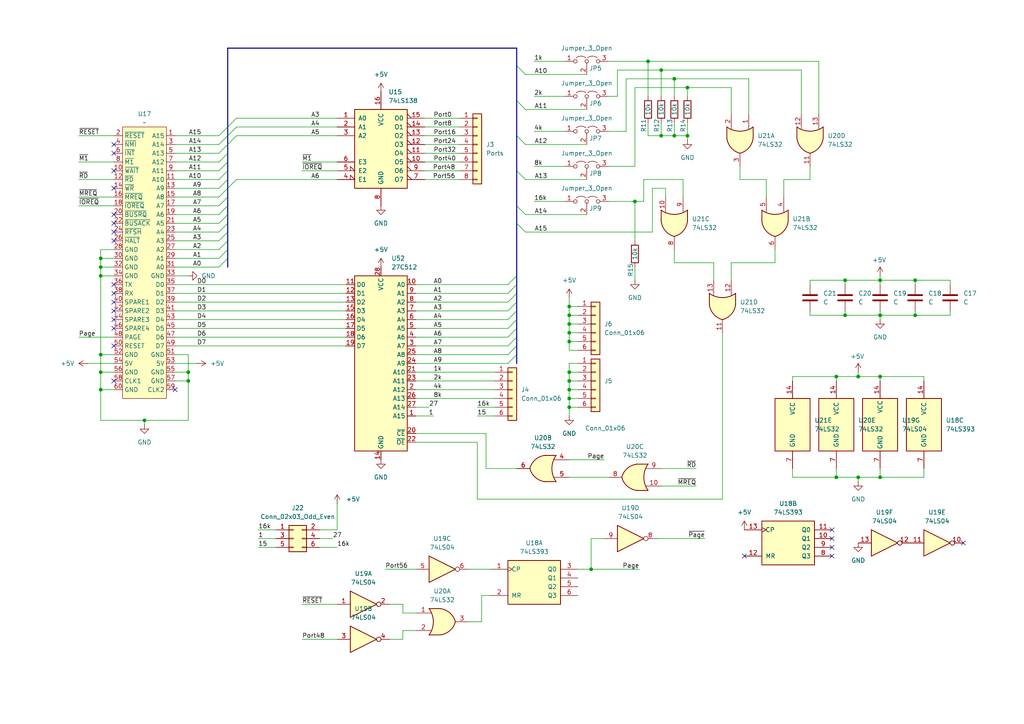
<source format=kicad_sch>
(kicad_sch (version 20231120) (generator "eeschema") (generator_version "8.0")
  (paper "A4")
  (lib_symbols
    (symbol "74xx:74LS04"
      (property "Reference" "U" (at 0 1.27 0))
      (property "Value" "74LS04" (at 0 -1.27 0))
      (symbol "74LS04_1_0"
        (pin input line (at -7.62 0 0) (length 3.81) (name "~") (number "1"))
        (pin output inverted (at 7.62 0 180) (length 3.81) (name "~") (number "2"))
      )
      (symbol "74LS04_2_0"
        (pin input line (at -7.62 0 0) (length 3.81) (name "~") (number "3"))
        (pin output inverted (at 7.62 0 180) (length 3.81) (name "~") (number "4"))
      )
      (symbol "74LS04_3_0"
        (pin input line (at -7.62 0 0) (length 3.81) (name "~") (number "5"))
        (pin output inverted (at 7.62 0 180) (length 3.81) (name "~") (number "6"))
      )
      (symbol "74LS04_4_0"
        (pin output inverted (at 7.62 0 180) (length 3.81) (name "~") (number "8"))
        (pin input line (at -7.62 0 0) (length 3.81) (name "~") (number "9"))
      )
      (symbol "74LS04_5_0"
        (pin output inverted (at 7.62 0 180) (length 3.81) (name "~") (number "10"))
        (pin input line (at -7.62 0 0) (length 3.81) (name "~") (number "11"))
      )
      (symbol "74LS04_6_0"
        (pin output inverted (at 7.62 0 180) (length 3.81) (name "~") (number "12"))
        (pin input line (at -7.62 0 0) (length 3.81) (name "~") (number "13"))
      )
      (symbol "74LS04_7_0"
        (pin power_in line (at 0 12.7 270) (length 5.08) (name "VCC") (number "14"))
        (pin power_in line (at 0 -12.7 90) (length 5.08) (name "GND") (number "7"))
      )
    )
    (symbol "74xx:74LS138" (pin_names (offset 1.016))
      (property "Reference" "U" (at -7.62 11.43 0))
      (property "Value" "74LS138" (at -7.62 -13.97 0))
      (symbol "74LS138_1_0"
        (pin input line (at -12.7 7.62 0) (length 5.08) (name "A0") (number "1"))
        (pin output output_low (at 12.7 -5.08 180) (length 5.08) (name "O5") (number "10"))
        (pin output output_low (at 12.7 -2.54 180) (length 5.08) (name "O4") (number "11"))
        (pin output output_low (at 12.7 0 180) (length 5.08) (name "O3") (number "12"))
        (pin output output_low (at 12.7 2.54 180) (length 5.08) (name "O2") (number "13"))
        (pin output output_low (at 12.7 5.08 180) (length 5.08) (name "O1") (number "14"))
        (pin output output_low (at 12.7 7.62 180) (length 5.08) (name "O0") (number "15"))
        (pin power_in line (at 0 15.24 270) (length 5.08) (name "VCC") (number "16"))
        (pin input line (at -12.7 5.08 0) (length 5.08) (name "A1") (number "2"))
        (pin input line (at -12.7 2.54 0) (length 5.08) (name "A2") (number "3"))
        (pin input input_low (at -12.7 -10.16 0) (length 5.08) (name "E1") (number "4"))
        (pin input input_low (at -12.7 -7.62 0) (length 5.08) (name "E2") (number "5"))
        (pin input line (at -12.7 -5.08 0) (length 5.08) (name "E3") (number "6"))
        (pin output output_low (at 12.7 -10.16 180) (length 5.08) (name "O7") (number "7"))
        (pin power_in line (at 0 -17.78 90) (length 5.08) (name "GND") (number "8"))
        (pin output output_low (at 12.7 -7.62 180) (length 5.08) (name "O6") (number "9"))
      )
    )
    (symbol "74xx:74LS32" (pin_names (offset 1.016))
      (property "Reference" "U" (at 0 1.27 0))
      (property "Value" "74LS32" (at 0 -1.27 0))
      (symbol "74LS32_1_1"
        (pin input line (at -7.62 2.54 0) (length 4.318) (name "~") (number "1"))
        (pin input line (at -7.62 -2.54 0) (length 4.318) (name "~") (number "2"))
        (pin output line (at 7.62 0 180) (length 3.81) (name "~") (number "3"))
      )
      (symbol "74LS32_1_2"
        (pin input inverted (at -7.62 2.54 0) (length 3.81) (name "~") (number "1"))
        (pin input inverted (at -7.62 -2.54 0) (length 3.81) (name "~") (number "2"))
        (pin output inverted (at 7.62 0 180) (length 3.81) (name "~") (number "3"))
      )
      (symbol "74LS32_2_1"
        (pin input line (at -7.62 2.54 0) (length 4.318) (name "~") (number "4"))
        (pin input line (at -7.62 -2.54 0) (length 4.318) (name "~") (number "5"))
        (pin output line (at 7.62 0 180) (length 3.81) (name "~") (number "6"))
      )
      (symbol "74LS32_2_2"
        (pin input inverted (at -7.62 2.54 0) (length 3.81) (name "~") (number "4"))
        (pin input inverted (at -7.62 -2.54 0) (length 3.81) (name "~") (number "5"))
        (pin output inverted (at 7.62 0 180) (length 3.81) (name "~") (number "6"))
      )
      (symbol "74LS32_3_1"
        (pin input line (at -7.62 -2.54 0) (length 4.318) (name "~") (number "10"))
        (pin output line (at 7.62 0 180) (length 3.81) (name "~") (number "8"))
        (pin input line (at -7.62 2.54 0) (length 4.318) (name "~") (number "9"))
      )
      (symbol "74LS32_3_2"
        (pin input inverted (at -7.62 -2.54 0) (length 3.81) (name "~") (number "10"))
        (pin output inverted (at 7.62 0 180) (length 3.81) (name "~") (number "8"))
        (pin input inverted (at -7.62 2.54 0) (length 3.81) (name "~") (number "9"))
      )
      (symbol "74LS32_4_1"
        (pin output line (at 7.62 0 180) (length 3.81) (name "~") (number "11"))
        (pin input line (at -7.62 2.54 0) (length 4.318) (name "~") (number "12"))
        (pin input line (at -7.62 -2.54 0) (length 4.318) (name "~") (number "13"))
      )
      (symbol "74LS32_4_2"
        (pin output inverted (at 7.62 0 180) (length 3.81) (name "~") (number "11"))
        (pin input inverted (at -7.62 2.54 0) (length 3.81) (name "~") (number "12"))
        (pin input inverted (at -7.62 -2.54 0) (length 3.81) (name "~") (number "13"))
      )
      (symbol "74LS32_5_0"
        (pin power_in line (at 0 12.7 270) (length 5.08) (name "VCC") (number "14"))
        (pin power_in line (at 0 -12.7 90) (length 5.08) (name "GND") (number "7"))
      )
    )
    (symbol "74xx:74LS393" (pin_names (offset 1.016))
      (property "Reference" "U" (at -7.62 8.89 0))
      (property "Value" "74LS393" (at -7.62 -8.89 0))
      (symbol "74LS393_1_0"
        (pin input clock (at -12.7 2.54 0) (length 5.08) (name "CP") (number "1"))
        (pin input line (at -12.7 -5.08 0) (length 5.08) (name "MR") (number "2"))
        (pin output line (at 12.7 2.54 180) (length 5.08) (name "Q0") (number "3"))
        (pin output line (at 12.7 0 180) (length 5.08) (name "Q1") (number "4"))
        (pin output line (at 12.7 -2.54 180) (length 5.08) (name "Q2") (number "5"))
        (pin output line (at 12.7 -5.08 180) (length 5.08) (name "Q3") (number "6"))
      )
      (symbol "74LS393_2_0"
        (pin output line (at 12.7 0 180) (length 5.08) (name "Q1") (number "10"))
        (pin output line (at 12.7 2.54 180) (length 5.08) (name "Q0") (number "11"))
        (pin input line (at -12.7 -5.08 0) (length 5.08) (name "MR") (number "12"))
        (pin input clock (at -12.7 2.54 0) (length 5.08) (name "CP") (number "13"))
        (pin output line (at 12.7 -5.08 180) (length 5.08) (name "Q3") (number "8"))
        (pin output line (at 12.7 -2.54 180) (length 5.08) (name "Q2") (number "9"))
      )
      (symbol "74LS393_3_0"
        (pin power_in line (at 0 12.7 270) (length 5.08) (name "VCC") (number "14"))
        (pin power_in line (at 0 -12.7 90) (length 5.08) (name "GND") (number "7"))
      )
    )
    (symbol "Connector_Generic:Conn_01x06" (pin_names (offset 1.016) hide)
      (property "Reference" "J" (at 0 7.62 0))
      (property "Value" "Conn_01x06" (at 0 -10.16 0))
      (symbol "Conn_01x06_1_1"
        (pin passive line (at -5.08 5.08 0) (length 3.81) (name "Pin_1") (number "1"))
        (pin passive line (at -5.08 2.54 0) (length 3.81) (name "Pin_2") (number "2"))
        (pin passive line (at -5.08 0 0) (length 3.81) (name "Pin_3") (number "3"))
        (pin passive line (at -5.08 -2.54 0) (length 3.81) (name "Pin_4") (number "4"))
        (pin passive line (at -5.08 -5.08 0) (length 3.81) (name "Pin_5") (number "5"))
        (pin passive line (at -5.08 -7.62 0) (length 3.81) (name "Pin_6") (number "6"))
      )
    )
    (symbol "Connector_Generic:Conn_01x08" (pin_names (offset 1.016) hide)
      (property "Reference" "J" (at 0 10.16 0))
      (property "Value" "Conn_01x08" (at 0 -12.7 0))
      (symbol "Conn_01x08_1_1"
        (pin passive line (at -5.08 7.62 0) (length 3.81) (name "Pin_1") (number "1"))
        (pin passive line (at -5.08 5.08 0) (length 3.81) (name "Pin_2") (number "2"))
        (pin passive line (at -5.08 2.54 0) (length 3.81) (name "Pin_3") (number "3"))
        (pin passive line (at -5.08 0 0) (length 3.81) (name "Pin_4") (number "4"))
        (pin passive line (at -5.08 -2.54 0) (length 3.81) (name "Pin_5") (number "5"))
        (pin passive line (at -5.08 -5.08 0) (length 3.81) (name "Pin_6") (number "6"))
        (pin passive line (at -5.08 -7.62 0) (length 3.81) (name "Pin_7") (number "7"))
        (pin passive line (at -5.08 -10.16 0) (length 3.81) (name "Pin_8") (number "8"))
      )
    )
    (symbol "Connector_Generic:Conn_02x03_Odd_Even" (pin_names (offset 1.016) hide)
      (property "Reference" "J" (at 1.27 5.08 0))
      (property "Value" "Conn_02x03_Odd_Even" (at 1.27 -5.08 0))
      (symbol "Conn_02x03_Odd_Even_1_1"
        (pin passive line (at -5.08 2.54 0) (length 3.81) (name "Pin_1") (number "1"))
        (pin passive line (at 7.62 2.54 180) (length 3.81) (name "Pin_2") (number "2"))
        (pin passive line (at -5.08 0 0) (length 3.81) (name "Pin_3") (number "3"))
        (pin passive line (at 7.62 0 180) (length 3.81) (name "Pin_4") (number "4"))
        (pin passive line (at -5.08 -2.54 0) (length 3.81) (name "Pin_5") (number "5"))
        (pin passive line (at 7.62 -2.54 180) (length 3.81) (name "Pin_6") (number "6"))
      )
    )
    (symbol "Device:C" (pin_numbers hide) (pin_names (offset 0.254))
      (property "Reference" "C" (at 0.635 2.54 0))
      (property "Value" "C" (at 0.635 -2.54 0))
      (symbol "C_1_1"
        (pin passive line (at 0 3.81 270) (length 2.794) (name "~") (number "1"))
        (pin passive line (at 0 -3.81 90) (length 2.794) (name "~") (number "2"))
      )
    )
    (symbol "Device:R" (pin_numbers hide) (pin_names (offset 0))
      (property "Reference" "R" (at 2.032 0 90))
      (property "Value" "R" (at 0 0 90))
      (symbol "R_1_1"
        (pin passive line (at 0 3.81 270) (length 1.27) (name "~") (number "1"))
        (pin passive line (at 0 -3.81 90) (length 1.27) (name "~") (number "2"))
      )
    )
    (symbol "Jumper:Jumper_3_Open" (pin_names (offset 0) hide) (exclude_from_sim yes) (in_bom no)
      (property "Reference" "JP" (at -2.54 -2.54 0))
      (property "Value" "Jumper_3_Open" (at 0 2.794 0))
      (symbol "Jumper_3_Open_1_1"
        (pin passive line (at -6.35 0 0) (length 2.54) (name "A") (number "1"))
        (pin passive line (at 0 -3.81 90) (length 2.54) (name "C") (number "2"))
        (pin passive line (at 6.35 0 180) (length 2.54) (name "B") (number "3"))
      )
    )
    (symbol "Memory_EPROM:27C512"
      (property "Reference" "U" (at -7.62 26.67 0))
      (property "Value" "27C512" (at 2.54 -26.67 0))
      (symbol "27C512_1_1"
        (pin input line (at -10.16 -15.24 0) (length 2.54) (name "A15") (number "1"))
        (pin input line (at -10.16 22.86 0) (length 2.54) (name "A0") (number "10"))
        (pin tri_state line (at 10.16 22.86 180) (length 2.54) (name "D0") (number "11"))
        (pin tri_state line (at 10.16 20.32 180) (length 2.54) (name "D1") (number "12"))
        (pin tri_state line (at 10.16 17.78 180) (length 2.54) (name "D2") (number "13"))
        (pin power_in line (at 0 -27.94 90) (length 2.54) (name "GND") (number "14"))
        (pin tri_state line (at 10.16 15.24 180) (length 2.54) (name "D3") (number "15"))
        (pin tri_state line (at 10.16 12.7 180) (length 2.54) (name "D4") (number "16"))
        (pin tri_state line (at 10.16 10.16 180) (length 2.54) (name "D5") (number "17"))
        (pin tri_state line (at 10.16 7.62 180) (length 2.54) (name "D6") (number "18"))
        (pin tri_state line (at 10.16 5.08 180) (length 2.54) (name "D7") (number "19"))
        (pin input line (at -10.16 -7.62 0) (length 2.54) (name "A12") (number "2"))
        (pin input line (at -10.16 -20.32 0) (length 2.54) (name "~{CE}") (number "20"))
        (pin input line (at -10.16 -2.54 0) (length 2.54) (name "A10") (number "21"))
        (pin input line (at -10.16 -22.86 0) (length 2.54) (name "~{OE}") (number "22"))
        (pin input line (at -10.16 -5.08 0) (length 2.54) (name "A11") (number "23"))
        (pin input line (at -10.16 0 0) (length 2.54) (name "A9") (number "24"))
        (pin input line (at -10.16 2.54 0) (length 2.54) (name "A8") (number "25"))
        (pin input line (at -10.16 -10.16 0) (length 2.54) (name "A13") (number "26"))
        (pin input line (at -10.16 -12.7 0) (length 2.54) (name "A14") (number "27"))
        (pin power_in line (at 0 27.94 270) (length 2.54) (name "VCC") (number "28"))
        (pin input line (at -10.16 5.08 0) (length 2.54) (name "A7") (number "3"))
        (pin input line (at -10.16 7.62 0) (length 2.54) (name "A6") (number "4"))
        (pin input line (at -10.16 10.16 0) (length 2.54) (name "A5") (number "5"))
        (pin input line (at -10.16 12.7 0) (length 2.54) (name "A4") (number "6"))
        (pin input line (at -10.16 15.24 0) (length 2.54) (name "A3") (number "7"))
        (pin input line (at -10.16 17.78 0) (length 2.54) (name "A2") (number "8"))
        (pin input line (at -10.16 20.32 0) (length 2.54) (name "A1") (number "9"))
      )
    )
    (symbol "power:+5V" (power) (pin_numbers hide) (pin_names (offset 0) hide)
      (property "Value" "+5V" (at 0 3.556 0))
      (symbol "+5V_1_1"
        (pin power_in line (at 0 0 90) (length 0) (name "~") (number "1"))
      )
    )
    (symbol "power:GND" (power) (pin_numbers hide) (pin_names (offset 0) hide)
      (property "Value" "GND" (at 0 -3.81 0))
      (symbol "GND_1_1"
        (pin power_in line (at 0 0 270) (length 0) (name "~") (number "1"))
      )
    )
    (symbol "rc2014:Busconnector"
      (property "Reference" "U" (at 0 48.514 0))
      (symbol "Busconnector_1_1"
        (pin bidirectional line (at -8.89 44.45 0) (length 2.54) (name "A15") (number "1"))
        (pin bidirectional line (at 8.89 34.29 180) (length 2.54) (name "~{WAIT}") (number "10"))
        (pin bidirectional line (at -8.89 31.75 0) (length 2.54) (name "A10") (number "11"))
        (pin bidirectional line (at 8.89 31.75 180) (length 2.54) (name "~{RD}") (number "12"))
        (pin bidirectional line (at -8.89 29.21 0) (length 2.54) (name "A9") (number "13"))
        (pin bidirectional line (at 8.89 29.21 180) (length 2.54) (name "~{WR}") (number "14"))
        (pin bidirectional line (at -8.89 26.67 0) (length 2.54) (name "A8") (number "15"))
        (pin bidirectional line (at 8.89 26.67 180) (length 2.54) (name "~{MREQ}") (number "16"))
        (pin bidirectional line (at -8.89 24.13 0) (length 2.54) (name "A7") (number "17"))
        (pin bidirectional line (at 8.89 24.13 180) (length 2.54) (name "~{IOREQ}") (number "18"))
        (pin bidirectional line (at -8.89 21.59 0) (length 2.54) (name "A6") (number "19"))
        (pin bidirectional line (at 8.89 44.45 180) (length 2.54) (name "~{RESET}") (number "2"))
        (pin bidirectional line (at 8.89 21.59 180) (length 2.54) (name "~{BUSRQ}") (number "20"))
        (pin bidirectional line (at -8.89 19.05 0) (length 2.54) (name "A5") (number "21"))
        (pin bidirectional line (at 8.89 19.05 180) (length 2.54) (name "~{BUSACK}") (number "22"))
        (pin bidirectional line (at -8.89 16.51 0) (length 2.54) (name "A4") (number "23"))
        (pin bidirectional line (at 8.89 16.51 180) (length 2.54) (name "~{RFSH}") (number "24"))
        (pin bidirectional line (at -8.89 13.97 0) (length 2.54) (name "A3") (number "25"))
        (pin bidirectional line (at 8.89 13.97 180) (length 2.54) (name "~{HALT}") (number "26"))
        (pin bidirectional line (at -8.89 11.43 0) (length 2.54) (name "A2") (number "27"))
        (pin power_in line (at 8.89 11.43 180) (length 2.54) (name "GND") (number "28"))
        (pin bidirectional line (at -8.89 8.89 0) (length 2.54) (name "A1") (number "29"))
        (pin bidirectional line (at -8.89 41.91 0) (length 2.54) (name "A14") (number "3"))
        (pin power_in line (at 8.89 8.89 180) (length 2.54) (name "GND") (number "30"))
        (pin bidirectional line (at -8.89 6.35 0) (length 2.54) (name "A0") (number "31"))
        (pin power_in line (at 8.89 6.35 180) (length 2.54) (name "GND") (number "32"))
        (pin power_in line (at -8.89 3.81 0) (length 2.54) (name "GND") (number "33"))
        (pin power_in line (at 8.89 3.81 180) (length 2.54) (name "GND") (number "34"))
        (pin bidirectional line (at -8.89 1.27 0) (length 2.54) (name "D0") (number "35"))
        (pin bidirectional line (at 8.89 1.27 180) (length 2.54) (name "TX") (number "36"))
        (pin bidirectional line (at -8.89 -1.27 0) (length 2.54) (name "D1") (number "37"))
        (pin bidirectional line (at 8.89 -1.27 180) (length 2.54) (name "RX") (number "38"))
        (pin bidirectional line (at -8.89 -3.81 0) (length 2.54) (name "D2") (number "39"))
        (pin bidirectional line (at 8.89 41.91 180) (length 2.54) (name "~{NMI}") (number "4"))
        (pin bidirectional line (at 8.89 -3.81 180) (length 2.54) (name "SPARE1") (number "40"))
        (pin bidirectional line (at -8.89 -6.35 0) (length 2.54) (name "D3") (number "41"))
        (pin bidirectional line (at 8.89 -6.35 180) (length 2.54) (name "SPARE2") (number "42"))
        (pin bidirectional line (at -8.89 -8.89 0) (length 2.54) (name "D4") (number "43"))
        (pin bidirectional line (at 8.89 -8.89 180) (length 2.54) (name "SPARE3") (number "44"))
        (pin bidirectional line (at -8.89 -11.43 0) (length 2.54) (name "D5") (number "45"))
        (pin bidirectional line (at 8.89 -11.43 180) (length 2.54) (name "SPARE4") (number "46"))
        (pin bidirectional line (at -8.89 -13.97 0) (length 2.54) (name "D6") (number "47"))
        (pin bidirectional line (at 8.89 -13.97 180) (length 2.54) (name "PAGE") (number "48"))
        (pin bidirectional line (at -8.89 -16.51 0) (length 2.54) (name "D7") (number "49"))
        (pin bidirectional line (at -8.89 39.37 0) (length 2.54) (name "A13") (number "5"))
        (pin bidirectional line (at 8.89 -16.51 180) (length 2.54) (name "RESET") (number "50"))
        (pin power_out line (at -8.89 -19.05 0) (length 2.54) (name "GND") (number "51"))
        (pin power_in line (at 8.89 -19.05 180) (length 2.54) (name "GND") (number "52"))
        (pin power_out line (at -8.89 -21.59 0) (length 2.54) (name "5V") (number "53"))
        (pin power_in line (at 8.89 -21.59 180) (length 2.54) (name "5V") (number "54"))
        (pin power_in line (at -8.89 -24.13 0) (length 2.54) (name "GND") (number "55"))
        (pin power_in line (at 8.89 -24.13 180) (length 2.54) (name "GND") (number "56"))
        (pin power_in line (at -8.89 -26.67 0) (length 2.54) (name "GND") (number "57"))
        (pin bidirectional line (at 8.89 -26.67 180) (length 2.54) (name "CLK1") (number "58"))
        (pin bidirectional line (at -8.89 -29.21 0) (length 2.54) (name "CLK2") (number "59"))
        (pin bidirectional line (at 8.89 39.37 180) (length 2.54) (name "~{INT}") (number "6"))
        (pin power_in line (at 8.89 -29.21 180) (length 2.54) (name "GND") (number "60"))
        (pin bidirectional line (at -8.89 36.83 0) (length 2.54) (name "A12") (number "7"))
        (pin bidirectional line (at 8.89 36.83 180) (length 2.54) (name "~{M1}") (number "8"))
        (pin bidirectional line (at -8.89 34.29 0) (length 2.54) (name "A11") (number "9"))
      )
    )
  )
  (junction (at 199.39 39.37))
  (junction (at 165.1 118.11))
  (junction (at 255.27 138.43))
  (junction (at 29.21 102.87))
  (junction (at 195.58 22.86))
  (junction (at 255.27 91.44))
  (junction (at 29.21 77.47))
  (junction (at 29.21 80.01))
  (junction (at 165.1 93.98))
  (junction (at 191.77 39.37))
  (junction (at 187.96 17.78))
  (junction (at 245.11 91.44))
  (junction (at 265.43 91.44))
  (junction (at 255.27 81.28))
  (junction (at 265.43 81.28))
  (junction (at 29.21 74.93))
  (junction (at 165.1 110.49))
  (junction (at 165.1 99.06))
  (junction (at 171.45 165.1))
  (junction (at 41.91 121.92))
  (junction (at 199.39 25.4))
  (junction (at 255.27 109.22))
  (junction (at 165.1 107.95))
  (junction (at 165.1 88.9))
  (junction (at 54.61 110.49))
  (junction (at 165.1 113.03))
  (junction (at 248.92 109.22))
  (junction (at 245.11 81.28))
  (junction (at 29.21 107.95))
  (junction (at 29.21 113.03))
  (junction (at 184.15 58.42))
  (junction (at 165.1 96.52))
  (junction (at 54.61 107.95))
  (junction (at 191.77 20.32))
  (junction (at 242.57 138.43))
  (junction (at 195.58 39.37))
  (junction (at 165.1 115.57))
  (junction (at 165.1 91.44))
  (junction (at 248.92 138.43))
  (junction (at 242.57 109.22))
  (no_connect (at 33.02 64.77))
  (no_connect (at 33.02 110.49))
  (no_connect (at 33.02 69.85))
  (no_connect (at 33.02 41.91))
  (no_connect (at 215.9 161.29))
  (no_connect (at 33.02 54.61))
  (no_connect (at 33.02 90.17))
  (no_connect (at 33.02 87.63))
  (no_connect (at 33.02 100.33))
  (no_connect (at 33.02 85.09))
  (no_connect (at 241.3 158.75))
  (no_connect (at 33.02 95.25))
  (no_connect (at 241.3 153.67))
  (no_connect (at 279.4 157.48))
  (no_connect (at 33.02 44.45))
  (no_connect (at 241.3 156.21))
  (no_connect (at 50.8 113.03))
  (no_connect (at 33.02 62.23))
  (no_connect (at 33.02 49.53))
  (no_connect (at 241.3 161.29))
  (no_connect (at 33.02 92.71))
  (no_connect (at 33.02 67.31))
  (no_connect (at 33.02 82.55))
  (bus_entry (at 147.32 85.09) (size 2.54 -2.54))
  (bus_entry (at 68.58 52.07) (size -2.54 2.54))
  (bus_entry (at 66.04 74.93) (size -2.54 2.54))
  (bus_entry (at 147.32 102.87) (size 2.54 -2.54))
  (bus_entry (at 149.86 64.77) (size 2.54 2.54))
  (bus_entry (at 66.04 72.39) (size -2.54 2.54))
  (bus_entry (at 147.32 82.55) (size 2.54 -2.54))
  (bus_entry (at 149.86 39.37) (size 2.54 2.54))
  (bus_entry (at 149.86 19.05) (size 2.54 2.54))
  (bus_entry (at 66.04 57.15) (size -2.54 2.54))
  (bus_entry (at 68.58 39.37) (size -2.54 2.54))
  (bus_entry (at 147.32 105.41) (size 2.54 -2.54))
  (bus_entry (at 147.32 95.25) (size 2.54 -2.54))
  (bus_entry (at 66.04 49.53) (size -2.54 2.54))
  (bus_entry (at 66.04 64.77) (size -2.54 2.54))
  (bus_entry (at 66.04 67.31) (size -2.54 2.54))
  (bus_entry (at 149.86 29.21) (size 2.54 2.54))
  (bus_entry (at 66.04 41.91) (size -2.54 2.54))
  (bus_entry (at 147.32 97.79) (size 2.54 -2.54))
  (bus_entry (at 66.04 39.37) (size -2.54 2.54))
  (bus_entry (at 147.32 90.17) (size 2.54 -2.54))
  (bus_entry (at 66.04 52.07) (size -2.54 2.54))
  (bus_entry (at 149.86 49.53) (size 2.54 2.54))
  (bus_entry (at 147.32 100.33) (size 2.54 -2.54))
  (bus_entry (at 149.86 59.69) (size 2.54 2.54))
  (bus_entry (at 68.58 36.83) (size -2.54 2.54))
  (bus_entry (at 68.58 34.29) (size -2.54 2.54))
  (bus_entry (at 66.04 62.23) (size -2.54 2.54))
  (bus_entry (at 147.32 87.63) (size 2.54 -2.54))
  (bus_entry (at 66.04 44.45) (size -2.54 2.54))
  (bus_entry (at 147.32 92.71) (size 2.54 -2.54))
  (bus_entry (at 66.04 59.69) (size -2.54 2.54))
  (bus_entry (at 66.04 36.83) (size -2.54 2.54))
  (bus_entry (at 66.04 69.85) (size -2.54 2.54))
  (bus_entry (at 66.04 54.61) (size -2.54 2.54))
  (bus_entry (at 66.04 46.99) (size -2.54 2.54))
  (wire (pts (xy 152.4 21.59) (xy 170.18 21.59)))
  (wire (pts (xy 184.15 25.4) (xy 199.39 25.4)))
  (wire (pts (xy 123.19 44.45) (xy 133.35 44.45)))
  (wire (pts (xy 167.64 105.41) (xy 165.1 105.41)))
  (wire (pts (xy 29.21 80.01) (xy 29.21 102.87)))
  (wire (pts (xy 68.58 52.07) (xy 97.79 52.07)))
  (wire (pts (xy 195.58 35.56) (xy 195.58 39.37)))
  (bus (pts (xy 66.04 36.83) (xy 66.04 13.97)))
  (wire (pts (xy 165.1 86.36) (xy 165.1 88.9)))
  (wire (pts (xy 123.19 39.37) (xy 133.35 39.37)))
  (wire (pts (xy 248.92 107.95) (xy 248.92 109.22)))
  (wire (pts (xy 100.33 87.63) (xy 50.8 87.63)))
  (bus (pts (xy 149.86 59.69) (xy 149.86 64.77)))
  (wire (pts (xy 184.15 48.26) (xy 184.15 25.4)))
  (wire (pts (xy 165.1 101.6) (xy 165.1 99.06)))
  (wire (pts (xy 41.91 121.92) (xy 54.61 121.92)))
  (wire (pts (xy 255.27 109.22) (xy 267.97 109.22)))
  (wire (pts (xy 63.5 59.69) (xy 50.8 59.69)))
  (wire (pts (xy 120.65 118.11) (xy 124.46 118.11)))
  (wire (pts (xy 255.27 91.44) (xy 255.27 92.71)))
  (wire (pts (xy 152.4 41.91) (xy 170.18 41.91)))
  (wire (pts (xy 33.02 107.95) (xy 29.21 107.95)))
  (wire (pts (xy 63.5 77.47) (xy 50.8 77.47)))
  (bus (pts (xy 149.86 13.97) (xy 149.86 19.05)))
  (wire (pts (xy 100.33 95.25) (xy 50.8 95.25)))
  (wire (pts (xy 138.43 120.65) (xy 143.51 120.65)))
  (bus (pts (xy 149.86 102.87) (xy 149.86 105.41)))
  (wire (pts (xy 191.77 135.89) (xy 201.93 135.89)))
  (wire (pts (xy 125.73 120.65) (xy 120.65 120.65)))
  (wire (pts (xy 255.27 81.28) (xy 245.11 81.28)))
  (bus (pts (xy 66.04 77.47) (xy 66.04 74.93)))
  (wire (pts (xy 195.58 72.39) (xy 195.58 76.2)))
  (wire (pts (xy 120.65 85.09) (xy 147.32 85.09)))
  (bus (pts (xy 66.04 52.07) (xy 66.04 49.53)))
  (wire (pts (xy 100.33 90.17) (xy 50.8 90.17)))
  (bus (pts (xy 66.04 54.61) (xy 66.04 52.07)))
  (wire (pts (xy 33.02 72.39) (xy 29.21 72.39)))
  (wire (pts (xy 100.33 92.71) (xy 50.8 92.71)))
  (wire (pts (xy 191.77 35.56) (xy 191.77 39.37)))
  (wire (pts (xy 184.15 58.42) (xy 186.69 58.42)))
  (bus (pts (xy 149.86 29.21) (xy 149.86 39.37)))
  (wire (pts (xy 209.55 96.52) (xy 209.55 144.78)))
  (wire (pts (xy 186.69 52.07) (xy 198.12 52.07)))
  (wire (pts (xy 232.41 20.32) (xy 232.41 33.02)))
  (wire (pts (xy 97.79 46.99) (xy 87.63 46.99)))
  (bus (pts (xy 66.04 57.15) (xy 66.04 59.69)))
  (wire (pts (xy 165.1 115.57) (xy 165.1 118.11)))
  (wire (pts (xy 242.57 135.89) (xy 242.57 138.43)))
  (wire (pts (xy 255.27 90.17) (xy 255.27 91.44)))
  (wire (pts (xy 54.61 110.49) (xy 54.61 107.95)))
  (bus (pts (xy 66.04 13.97) (xy 149.86 13.97)))
  (wire (pts (xy 255.27 91.44) (xy 265.43 91.44)))
  (wire (pts (xy 135.89 165.1) (xy 142.24 165.1)))
  (wire (pts (xy 255.27 138.43) (xy 267.97 138.43)))
  (wire (pts (xy 154.94 58.42) (xy 163.83 58.42)))
  (wire (pts (xy 50.8 97.79) (xy 100.33 97.79)))
  (bus (pts (xy 149.86 64.77) (xy 149.86 80.01)))
  (bus (pts (xy 66.04 72.39) (xy 66.04 69.85)))
  (wire (pts (xy 63.5 57.15) (xy 50.8 57.15)))
  (wire (pts (xy 57.15 105.41) (xy 50.8 105.41)))
  (wire (pts (xy 63.5 74.93) (xy 50.8 74.93)))
  (wire (pts (xy 68.58 34.29) (xy 97.79 34.29)))
  (wire (pts (xy 191.77 20.32) (xy 232.41 20.32)))
  (wire (pts (xy 199.39 25.4) (xy 212.09 25.4)))
  (bus (pts (xy 66.04 67.31) (xy 66.04 69.85)))
  (wire (pts (xy 63.5 54.61) (xy 50.8 54.61)))
  (wire (pts (xy 167.64 93.98) (xy 165.1 93.98)))
  (wire (pts (xy 152.4 52.07) (xy 170.18 52.07)))
  (wire (pts (xy 265.43 81.28) (xy 265.43 82.55)))
  (bus (pts (xy 66.04 46.99) (xy 66.04 44.45)))
  (wire (pts (xy 120.65 102.87) (xy 147.32 102.87)))
  (wire (pts (xy 54.61 121.92) (xy 54.61 110.49)))
  (wire (pts (xy 165.1 115.57) (xy 167.64 115.57)))
  (wire (pts (xy 33.02 77.47) (xy 29.21 77.47)))
  (wire (pts (xy 143.51 118.11) (xy 138.43 118.11)))
  (wire (pts (xy 237.49 17.78) (xy 237.49 33.02)))
  (wire (pts (xy 255.27 81.28) (xy 255.27 82.55)))
  (wire (pts (xy 181.61 22.86) (xy 195.58 22.86)))
  (wire (pts (xy 33.02 74.93) (xy 29.21 74.93)))
  (wire (pts (xy 68.58 39.37) (xy 97.79 39.37)))
  (wire (pts (xy 191.77 39.37) (xy 195.58 39.37)))
  (wire (pts (xy 120.65 97.79) (xy 147.32 97.79)))
  (wire (pts (xy 175.26 156.21) (xy 171.45 156.21)))
  (wire (pts (xy 116.84 185.42) (xy 116.84 182.88)))
  (wire (pts (xy 171.45 165.1) (xy 185.42 165.1)))
  (wire (pts (xy 29.21 72.39) (xy 29.21 74.93)))
  (wire (pts (xy 116.84 182.88) (xy 120.65 182.88)))
  (wire (pts (xy 29.21 74.93) (xy 29.21 77.47)))
  (wire (pts (xy 120.65 107.95) (xy 143.51 107.95)))
  (wire (pts (xy 242.57 138.43) (xy 248.92 138.43)))
  (wire (pts (xy 227.33 52.07) (xy 227.33 57.15)))
  (wire (pts (xy 242.57 109.22) (xy 242.57 110.49)))
  (wire (pts (xy 120.65 92.71) (xy 147.32 92.71)))
  (wire (pts (xy 50.8 100.33) (xy 100.33 100.33)))
  (wire (pts (xy 189.23 54.61) (xy 193.04 54.61)))
  (wire (pts (xy 267.97 138.43) (xy 267.97 135.89)))
  (wire (pts (xy 33.02 39.37) (xy 22.86 39.37)))
  (wire (pts (xy 33.02 102.87) (xy 29.21 102.87)))
  (bus (pts (xy 66.04 39.37) (xy 66.04 36.83)))
  (wire (pts (xy 54.61 107.95) (xy 50.8 107.95)))
  (wire (pts (xy 167.64 165.1) (xy 171.45 165.1)))
  (wire (pts (xy 214.63 48.26) (xy 214.63 52.07)))
  (wire (pts (xy 186.69 58.42) (xy 186.69 52.07)))
  (wire (pts (xy 29.21 107.95) (xy 29.21 113.03)))
  (wire (pts (xy 275.59 82.55) (xy 275.59 81.28)))
  (wire (pts (xy 245.11 91.44) (xy 255.27 91.44)))
  (bus (pts (xy 149.86 100.33) (xy 149.86 102.87)))
  (wire (pts (xy 74.93 158.75) (xy 80.01 158.75)))
  (wire (pts (xy 265.43 90.17) (xy 265.43 91.44)))
  (wire (pts (xy 234.95 91.44) (xy 245.11 91.44)))
  (wire (pts (xy 199.39 39.37) (xy 199.39 40.64)))
  (wire (pts (xy 195.58 39.37) (xy 199.39 39.37)))
  (wire (pts (xy 154.94 48.26) (xy 163.83 48.26)))
  (wire (pts (xy 120.65 90.17) (xy 147.32 90.17)))
  (wire (pts (xy 33.02 97.79) (xy 22.86 97.79)))
  (wire (pts (xy 255.27 135.89) (xy 255.27 138.43)))
  (wire (pts (xy 165.1 110.49) (xy 167.64 110.49)))
  (bus (pts (xy 149.86 49.53) (xy 149.86 59.69)))
  (wire (pts (xy 138.43 128.27) (xy 120.65 128.27)))
  (wire (pts (xy 135.89 180.34) (xy 139.7 180.34)))
  (wire (pts (xy 229.87 110.49) (xy 229.87 109.22)))
  (wire (pts (xy 198.12 52.07) (xy 198.12 57.15)))
  (wire (pts (xy 33.02 80.01) (xy 29.21 80.01)))
  (wire (pts (xy 167.64 101.6) (xy 165.1 101.6)))
  (wire (pts (xy 207.01 76.2) (xy 207.01 81.28)))
  (wire (pts (xy 245.11 81.28) (xy 245.11 82.55)))
  (wire (pts (xy 120.65 165.1) (xy 111.76 165.1)))
  (wire (pts (xy 113.03 185.42) (xy 116.84 185.42)))
  (wire (pts (xy 187.96 17.78) (xy 237.49 17.78)))
  (wire (pts (xy 193.04 54.61) (xy 193.04 57.15)))
  (wire (pts (xy 165.1 91.44) (xy 165.1 93.98)))
  (wire (pts (xy 113.03 175.26) (xy 116.84 175.26)))
  (wire (pts (xy 123.19 46.99) (xy 133.35 46.99)))
  (bus (pts (xy 149.86 87.63) (xy 149.86 90.17)))
  (wire (pts (xy 187.96 39.37) (xy 191.77 39.37)))
  (wire (pts (xy 165.1 118.11) (xy 165.1 120.65)))
  (bus (pts (xy 66.04 54.61) (xy 66.04 57.15)))
  (wire (pts (xy 152.4 62.23) (xy 170.18 62.23)))
  (wire (pts (xy 190.5 156.21) (xy 204.47 156.21)))
  (bus (pts (xy 149.86 92.71) (xy 149.86 95.25)))
  (wire (pts (xy 224.79 76.2) (xy 212.09 76.2)))
  (bus (pts (xy 149.86 85.09) (xy 149.86 87.63)))
  (wire (pts (xy 120.65 110.49) (xy 143.51 110.49)))
  (wire (pts (xy 212.09 25.4) (xy 212.09 33.02)))
  (wire (pts (xy 116.84 177.8) (xy 120.65 177.8)))
  (wire (pts (xy 123.19 34.29) (xy 133.35 34.29)))
  (wire (pts (xy 165.1 93.98) (xy 165.1 96.52)))
  (bus (pts (xy 66.04 49.53) (xy 66.04 46.99)))
  (wire (pts (xy 224.79 72.39) (xy 224.79 76.2)))
  (wire (pts (xy 123.19 52.07) (xy 133.35 52.07)))
  (wire (pts (xy 63.5 67.31) (xy 50.8 67.31)))
  (wire (pts (xy 138.43 144.78) (xy 209.55 144.78)))
  (wire (pts (xy 181.61 38.1) (xy 181.61 22.86)))
  (wire (pts (xy 265.43 91.44) (xy 275.59 91.44)))
  (wire (pts (xy 165.1 113.03) (xy 165.1 115.57)))
  (wire (pts (xy 165.1 99.06) (xy 167.64 99.06)))
  (wire (pts (xy 140.97 125.73) (xy 120.65 125.73)))
  (bus (pts (xy 66.04 64.77) (xy 66.04 67.31)))
  (wire (pts (xy 63.5 46.99) (xy 50.8 46.99)))
  (wire (pts (xy 152.4 67.31) (xy 189.23 67.31)))
  (bus (pts (xy 149.86 39.37) (xy 149.86 49.53)))
  (wire (pts (xy 63.5 49.53) (xy 50.8 49.53)))
  (wire (pts (xy 229.87 138.43) (xy 242.57 138.43)))
  (wire (pts (xy 116.84 175.26) (xy 116.84 177.8)))
  (wire (pts (xy 54.61 107.95) (xy 54.61 102.87)))
  (wire (pts (xy 248.92 138.43) (xy 255.27 138.43)))
  (wire (pts (xy 222.25 52.07) (xy 222.25 57.15)))
  (wire (pts (xy 139.7 180.34) (xy 139.7 172.72)))
  (bus (pts (xy 66.04 41.91) (xy 66.04 39.37)))
  (wire (pts (xy 120.65 100.33) (xy 147.32 100.33)))
  (wire (pts (xy 242.57 109.22) (xy 248.92 109.22)))
  (wire (pts (xy 154.94 27.94) (xy 163.83 27.94)))
  (wire (pts (xy 184.15 58.42) (xy 184.15 69.85)))
  (wire (pts (xy 165.1 88.9) (xy 165.1 91.44)))
  (wire (pts (xy 33.02 52.07) (xy 22.86 52.07)))
  (wire (pts (xy 265.43 81.28) (xy 255.27 81.28)))
  (bus (pts (xy 66.04 44.45) (xy 66.04 41.91)))
  (wire (pts (xy 229.87 109.22) (xy 242.57 109.22)))
  (wire (pts (xy 120.65 95.25) (xy 147.32 95.25)))
  (wire (pts (xy 179.07 20.32) (xy 191.77 20.32)))
  (wire (pts (xy 92.71 156.21) (xy 96.52 156.21)))
  (wire (pts (xy 184.15 77.47) (xy 184.15 81.28)))
  (wire (pts (xy 176.53 27.94) (xy 179.07 27.94)))
  (wire (pts (xy 123.19 41.91) (xy 133.35 41.91)))
  (wire (pts (xy 167.64 107.95) (xy 165.1 107.95)))
  (wire (pts (xy 171.45 156.21) (xy 171.45 165.1)))
  (bus (pts (xy 149.86 82.55) (xy 149.86 85.09)))
  (wire (pts (xy 176.53 58.42) (xy 184.15 58.42)))
  (wire (pts (xy 217.17 22.86) (xy 217.17 33.02)))
  (wire (pts (xy 29.21 77.47) (xy 29.21 80.01)))
  (bus (pts (xy 149.86 90.17) (xy 149.86 92.71)))
  (wire (pts (xy 97.79 146.05) (xy 97.79 153.67)))
  (wire (pts (xy 33.02 57.15) (xy 22.86 57.15)))
  (wire (pts (xy 234.95 48.26) (xy 234.95 52.07)))
  (wire (pts (xy 92.71 158.75) (xy 97.79 158.75)))
  (wire (pts (xy 54.61 110.49) (xy 50.8 110.49)))
  (wire (pts (xy 50.8 80.01) (xy 54.61 80.01)))
  (wire (pts (xy 87.63 185.42) (xy 97.79 185.42)))
  (bus (pts (xy 149.86 97.79) (xy 149.86 100.33)))
  (wire (pts (xy 165.1 105.41) (xy 165.1 107.95)))
  (wire (pts (xy 245.11 90.17) (xy 245.11 91.44)))
  (wire (pts (xy 165.1 110.49) (xy 165.1 113.03)))
  (bus (pts (xy 66.04 62.23) (xy 66.04 59.69)))
  (wire (pts (xy 267.97 109.22) (xy 267.97 110.49)))
  (bus (pts (xy 149.86 80.01) (xy 149.86 82.55)))
  (wire (pts (xy 195.58 76.2) (xy 207.01 76.2)))
  (wire (pts (xy 199.39 25.4) (xy 199.39 27.94)))
  (wire (pts (xy 195.58 22.86) (xy 217.17 22.86)))
  (wire (pts (xy 167.64 88.9) (xy 165.1 88.9)))
  (wire (pts (xy 234.95 90.17) (xy 234.95 91.44)))
  (wire (pts (xy 195.58 22.86) (xy 195.58 27.94)))
  (wire (pts (xy 165.1 107.95) (xy 165.1 110.49)))
  (wire (pts (xy 152.4 31.75) (xy 170.18 31.75)))
  (wire (pts (xy 120.65 82.55) (xy 147.32 82.55)))
  (wire (pts (xy 187.96 17.78) (xy 187.96 27.94)))
  (wire (pts (xy 29.21 102.87) (xy 29.21 107.95)))
  (wire (pts (xy 63.5 41.91) (xy 50.8 41.91)))
  (wire (pts (xy 214.63 52.07) (xy 222.25 52.07)))
  (wire (pts (xy 191.77 140.97) (xy 201.93 140.97)))
  (bus (pts (xy 66.04 74.93) (xy 66.04 72.39)))
  (wire (pts (xy 33.02 59.69) (xy 22.86 59.69)))
  (wire (pts (xy 80.01 153.67) (xy 74.93 153.67)))
  (wire (pts (xy 165.1 113.03) (xy 167.64 113.03)))
  (wire (pts (xy 100.33 85.09) (xy 50.8 85.09)))
  (wire (pts (xy 176.53 17.78) (xy 187.96 17.78)))
  (wire (pts (xy 154.94 38.1) (xy 163.83 38.1)))
  (wire (pts (xy 234.95 52.07) (xy 227.33 52.07)))
  (bus (pts (xy 149.86 95.25) (xy 149.86 97.79)))
  (wire (pts (xy 33.02 113.03) (xy 29.21 113.03)))
  (wire (pts (xy 63.5 62.23) (xy 50.8 62.23)))
  (wire (pts (xy 165.1 96.52) (xy 165.1 99.06)))
  (bus (pts (xy 66.04 64.77) (xy 66.04 62.23)))
  (wire (pts (xy 248.92 109.22) (xy 255.27 109.22)))
  (wire (pts (xy 63.5 64.77) (xy 50.8 64.77)))
  (wire (pts (xy 97.79 175.26) (xy 87.63 175.26)))
  (wire (pts (xy 199.39 35.56) (xy 199.39 39.37)))
  (wire (pts (xy 29.21 121.92) (xy 41.91 121.92)))
  (wire (pts (xy 167.64 96.52) (xy 165.1 96.52)))
  (wire (pts (xy 100.33 82.55) (xy 50.8 82.55)))
  (wire (pts (xy 212.09 76.2) (xy 212.09 81.28)))
  (wire (pts (xy 41.91 123.19) (xy 41.91 121.92)))
  (wire (pts (xy 120.65 105.41) (xy 147.32 105.41)))
  (wire (pts (xy 191.77 20.32) (xy 191.77 27.94)))
  (wire (pts (xy 29.21 113.03) (xy 29.21 121.92)))
  (wire (pts (xy 154.94 17.78) (xy 163.83 17.78)))
  (wire (pts (xy 33.02 105.41) (xy 25.4 105.41)))
  (wire (pts (xy 255.27 80.01) (xy 255.27 81.28)))
  (wire (pts (xy 245.11 81.28) (xy 234.95 81.28)))
  (wire (pts (xy 255.27 109.22) (xy 255.27 110.49)))
  (wire (pts (xy 63.5 72.39) (xy 50.8 72.39)))
  (wire (pts (xy 149.86 135.89) (xy 140.97 135.89)))
  (wire (pts (xy 140.97 135.89) (xy 140.97 125.73)))
  (wire (pts (xy 139.7 172.72) (xy 142.24 172.72)))
  (wire (pts (xy 74.93 156.21) (xy 80.01 156.21)))
  (wire (pts (xy 33.02 46.99) (xy 22.86 46.99)))
  (wire (pts (xy 63.5 44.45) (xy 50.8 44.45)))
  (wire (pts (xy 187.96 35.56) (xy 187.96 39.37)))
  (wire (pts (xy 120.65 113.03) (xy 143.51 113.03)))
  (wire (pts (xy 138.43 144.78) (xy 138.43 128.27)))
  (wire (pts (xy 248.92 138.43) (xy 248.92 139.7)))
  (wire (pts (xy 123.19 36.83) (xy 133.35 36.83)))
  (wire (pts (xy 176.53 38.1) (xy 181.61 38.1)))
  (wire (pts (xy 275.59 91.44) (xy 275.59 90.17)))
  (wire (pts (xy 63.5 69.85) (xy 50.8 69.85)))
  (wire (pts (xy 63.5 39.37) (xy 50.8 39.37)))
  (wire (pts (xy 63.5 52.07) (xy 50.8 52.07)))
  (wire (pts (xy 165.1 118.11) (xy 167.64 118.11)))
  (wire (pts (xy 229.87 135.89) (xy 229.87 138.43)))
  (wire (pts (xy 97.79 49.53) (xy 87.63 49.53)))
  (wire (pts (xy 165.1 133.35) (xy 175.26 133.35)))
  (wire (pts (xy 68.58 36.83) (xy 97.79 36.83)))
  (wire (pts (xy 120.65 115.57) (xy 143.51 115.57)))
  (wire (pts (xy 167.64 91.44) (xy 165.1 91.44)))
  (wire (pts (xy 165.1 138.43) (xy 176.53 138.43)))
  (wire (pts (xy 176.53 48.26) (xy 184.15 48.26)))
  (wire (pts (xy 234.95 81.28) (xy 234.95 82.55)))
  (wire (pts (xy 54.61 102.87) (xy 50.8 102.87)))
  (wire (pts (xy 189.23 67.31) (xy 189.23 54.61)))
  (wire (pts (xy 123.19 49.53) (xy 133.35 49.53)))
  (wire (pts (xy 97.79 153.67) (xy 92.71 153.67)))
  (wire (pts (xy 275.59 81.28) (xy 265.43 81.28)))
  (wire (pts (xy 179.07 27.94) (xy 179.07 20.32)))
  (wire (pts (xy 120.65 87.63) (xy 147.32 87.63)))
  (bus (pts (xy 149.86 19.05) (xy 149.86 29.21)))
  (label "A4" (at 125.73 92.71 0))
  (label "16k" (at 74.93 153.67 0))
  (label "D5" (at 57.15 95.25 0))
  (label "Port16" (at 125.73 39.37 0))
  (label "A13" (at 58.42 44.45 180))
  (label "16k" (at 154.94 58.42 0))
  (label "A11" (at 58.42 49.53 180))
  (label "Port48" (at 87.63 185.42 0))
  (label "~{Page}" (at 204.47 156.21 180))
  (label "D1" (at 57.15 85.09 0))
  (label "Port56" (at 111.76 165.1 0))
  (label "A10" (at 158.75 21.59 180))
  (label "D2" (at 57.15 87.63 0))
  (label "Page" (at 22.86 97.79 0))
  (label "A3" (at 58.42 69.85 180))
  (label "A5" (at 58.42 64.77 180))
  (label "Port32" (at 125.73 44.45 0))
  (label "Port56" (at 132.08 52.07 180))
  (label "~{RESET}" (at 87.63 175.26 0))
  (label "A0" (at 125.73 82.55 0))
  (label "15" (at 74.93 158.75 0))
  (label "A15" (at 58.42 39.37 180))
  (label "D4" (at 57.15 92.71 0))
  (label "A2" (at 125.73 87.63 0))
  (label "A7" (at 58.42 59.69 180))
  (label "A10" (at 58.42 52.07 180))
  (label "Port8" (at 125.73 36.83 0))
  (label "~{M1}" (at 87.63 46.99 0))
  (label "A13" (at 158.75 52.07 180))
  (label "2k" (at 154.94 27.94 0))
  (label "A5" (at 125.73 95.25 0))
  (label "D6" (at 57.15 97.79 0))
  (label "A4" (at 92.71 36.83 180))
  (label "A11" (at 158.75 31.75 180))
  (label "~{IOREQ}" (at 87.63 49.53 0))
  (label "A3" (at 125.73 90.17 0))
  (label "A2" (at 58.42 72.39 180))
  (label "1" (at 125.73 120.65 180))
  (label "A6" (at 125.73 97.79 0))
  (label "A1" (at 58.42 74.93 180))
  (label "A8" (at 125.73 102.87 0))
  (label "A0" (at 58.42 77.47 180))
  (label "1k" (at 154.94 17.78 0))
  (label "Port24" (at 125.73 41.91 0))
  (label "A14" (at 58.42 41.91 180))
  (label "Page" (at 185.42 165.1 180))
  (label "A7" (at 125.73 100.33 0))
  (label "~{RD}" (at 22.86 52.07 0))
  (label "4k" (at 125.73 113.03 0))
  (label "~{RESET}" (at 22.86 39.37 0))
  (label "D7" (at 57.15 100.33 0))
  (label "A15" (at 158.75 67.31 180))
  (label "A8" (at 58.42 57.15 180))
  (label "1k" (at 125.73 107.95 0))
  (label "A4" (at 58.42 67.31 180))
  (label "~{M1}" (at 22.86 46.99 0))
  (label "~{IOREQ}" (at 22.86 59.69 0))
  (label "Page" (at 175.26 133.35 180))
  (label "16k" (at 97.79 158.75 0))
  (label "8k" (at 125.73 115.57 0))
  (label "4k" (at 154.94 38.1 0))
  (label "27" (at 124.46 118.11 0))
  (label "A12" (at 58.42 46.99 180))
  (label "1" (at 74.93 156.21 0))
  (label "A9" (at 58.42 54.61 180))
  (label "D3" (at 57.15 90.17 0))
  (label "D0" (at 57.15 82.55 0))
  (label "~{MREQ}" (at 201.93 140.97 180))
  (label "Port40" (at 125.73 46.99 0))
  (label "A6" (at 58.42 62.23 180))
  (label "A5" (at 92.71 39.37 180))
  (label "A9" (at 125.73 105.41 0))
  (label "Port48" (at 132.08 49.53 180))
  (label "Port0" (at 125.73 34.29 0))
  (label "16k" (at 138.43 118.11 0))
  (label "A1" (at 125.73 85.09 0))
  (label "A14" (at 158.75 62.23 180))
  (label "2k" (at 125.73 110.49 0))
  (label "8k" (at 154.94 48.26 0))
  (label "A6" (at 92.71 52.07 180))
  (label "A3" (at 92.71 34.29 180))
  (label "~{RD}" (at 201.93 135.89 180))
  (label "27" (at 96.52 156.21 0))
  (label "A12" (at 158.75 41.91 180))
  (label "~{MREQ}" (at 22.86 57.15 0))
  (label "15" (at 138.43 120.65 0))
  (symbol (lib_id "Memory_EPROM:27C512") (at 110.49 105.41 0) (mirror y) (unit 1)
    (property "Reference" "U52" (at 113.5065 74.93 0) (effects (justify right)))
    (property "Value" "27C512" (at 113.5065 77.47 0) (effects (justify right)))
    (property "Footprint" "Package_DIP:DIP-28_W15.24mm" (effects (hide yes)))
    (property "Datasheet" "http://ww1.microchip.com/downloads/en/DeviceDoc/doc0015.pdf" (effects (hide yes)))
    (property "Description" "OTP EPROM 512 KiBit" (effects (hide yes)))
  )
  (symbol (lib_id "power:+5V") (at 215.9 153.67 0) (mirror y) (unit 1)
    (property "Reference" "#PWR052" (effects (hide yes)))
    (property "Value" "+5V" (at 215.9 148.59 0))
    (property "Description" "Power symbol creates a global label with name \"+5V\"" (effects (hide yes)))
  )
  (symbol (lib_id "rc2014:Busconnector") (at 41.91 83.82 0) (mirror y) (unit 1)
    (property "Reference" "U17" (at 41.91 33.02 0))
    (property "Value" "~" (at 41.91 35.56 0))
  )
  (symbol (lib_id "74xx:74LS32") (at 184.15 138.43 0) (mirror y) (unit 3)
    (property "Reference" "U20" (at 184.15 129.54 0))
    (property "Value" "74LS32" (at 184.15 132.08 0))
    (property "Datasheet" "http://www.ti.com/lit/gpn/sn74LS32" (effects (hide yes)))
    (property "Description" "Quad 2-input OR" (effects (hide yes)))
  )
  (symbol (lib_id "Connector_Generic:Conn_01x06") (at 172.72 110.49 0) (unit 1)
    (property "Reference" "J5" (at 175.26 110.4899 0) (effects (justify left)))
    (property "Value" "Conn_01x06" (at 169.672 124.206 0) (effects (justify left)))
    (property "Description" "Generic connector, single row, 01x06, script generated (kicad-library-utils/schlib/autogen/connector/)" (effects (hide yes)))
  )
  (symbol (lib_id "Connector_Generic:Conn_01x06") (at 172.72 93.98 0) (unit 1)
    (property "Reference" "J6" (at 175.26 93.9799 0) (effects (justify left)))
    (property "Value" "Conn_01x06" (at 175.26 96.5199 0) (effects (justify left)))
    (property "Description" "Generic connector, single row, 01x06, script generated (kicad-library-utils/schlib/autogen/connector/)" (effects (hide yes)))
  )
  (symbol (lib_id "power:+5V") (at 97.79 146.05 0) (mirror y) (unit 1)
    (property "Reference" "#PWR045" (effects (hide yes)))
    (property "Value" "+5V" (at 100.33 144.7799 0) (effects (justify right)))
    (property "Description" "Power symbol creates a global label with name \"+5V\"" (effects (hide yes)))
  )
  (symbol (lib_id "74xx:74LS32") (at 214.63 40.64 270) (unit 1)
    (property "Reference" "U21" (at 219.71 39.3699 90) (effects (justify left)))
    (property "Value" "74LS32" (at 219.71 41.9099 90) (effects (justify left)))
    (property "Datasheet" "http://www.ti.com/lit/gpn/sn74LS32" (effects (hide yes)))
    (property "Description" "Quad 2-input OR" (effects (hide yes)))
  )
  (symbol (lib_id "Jumper:Jumper_3_Open") (at 170.18 27.94 0) (unit 1) (exclude_from_sim yes) (in_bom no)
    (property "Reference" "JP6" (at 172.72 29.972 0))
    (property "Value" "Jumper_3_Open" (at 170.18 24.13 0))
    (property "Description" "Jumper, 3-pole, both open" (effects (hide yes)))
  )
  (symbol (lib_id "power:GND") (at 41.91 123.19 0) (mirror y) (unit 1)
    (property "Reference" "#PWR046" (effects (hide yes)))
    (property "Value" "GND" (at 41.91 128.27 0))
    (property "Description" "Power symbol creates a global label with name \"GND\" , ground" (effects (hide yes)))
  )
  (symbol (lib_id "power:GND") (at 110.49 59.69 0) (mirror y) (unit 1)
    (property "Reference" "#PWR049" (effects (hide yes)))
    (property "Value" "GND" (at 110.49 64.77 0))
    (property "Description" "Power symbol creates a global label with name \"GND\" , ground" (effects (hide yes)))
  )
  (symbol (lib_id "74xx:74LS04") (at 128.27 165.1 0) (unit 3)
    (property "Reference" "U19" (at 128.27 156.21 0))
    (property "Value" "74LS04" (at 128.27 158.75 0))
    (property "Datasheet" "http://www.ti.com/lit/gpn/sn74LS04" (effects (hide yes)))
    (property "Description" "Hex Inverter" (effects (hide yes)))
  )
  (symbol (lib_id "power:+5V") (at 165.1 86.36 0) (unit 1)
    (property "Reference" "#PWR055" (effects (hide yes)))
    (property "Value" "+5V" (at 165.1 81.28 0))
    (property "Description" "Power symbol creates a global label with name \"+5V\"" (effects (hide yes)))
  )
  (symbol (lib_id "power:GND") (at 184.15 81.28 0) (mirror y) (unit 1)
    (property "Reference" "#PWR056" (effects (hide yes)))
    (property "Value" "GND" (at 184.15 86.36 0))
    (property "Description" "Power symbol creates a global label with name \"GND\" , ground" (effects (hide yes)))
  )
  (symbol (lib_id "Device:C") (at 245.11 86.36 0) (unit 1)
    (property "Reference" "C20" (at 248.92 85.0899 0) (effects (justify left)))
    (property "Value" "C" (at 248.92 87.6299 0) (effects (justify left)))
    (property "Description" "Unpolarized capacitor" (effects (hide yes)))
  )
  (symbol (lib_id "74xx:74LS32") (at 242.57 123.19 0) (mirror y) (unit 5)
    (property "Reference" "U20" (at 248.92 121.9199 0) (effects (justify right)))
    (property "Value" "74LS32" (at 248.92 124.4599 0) (effects (justify right)))
    (property "Datasheet" "http://www.ti.com/lit/gpn/sn74LS32" (effects (hide yes)))
    (property "Description" "Quad 2-input OR" (effects (hide yes)))
  )
  (symbol (lib_id "74xx:74LS138") (at 110.49 41.91 0) (unit 1)
    (property "Reference" "U15" (at 112.6841 26.67 0) (effects (justify left)))
    (property "Value" "74LS138" (at 112.6841 29.21 0) (effects (justify left)))
    (property "Datasheet" "http://www.ti.com/lit/gpn/sn74LS138" (effects (hide yes)))
    (property "Description" "Decoder 3 to 8 active low outputs" (effects (hide yes)))
  )
  (symbol (lib_id "74xx:74LS04") (at 105.41 175.26 0) (unit 1)
    (property "Reference" "U19" (at 105.41 166.37 0))
    (property "Value" "74LS04" (at 105.41 168.91 0))
    (property "Datasheet" "http://www.ti.com/lit/gpn/sn74LS04" (effects (hide yes)))
    (property "Description" "Hex Inverter" (effects (hide yes)))
  )
  (symbol (lib_id "Jumper:Jumper_3_Open") (at 170.18 58.42 0) (unit 1) (exclude_from_sim yes) (in_bom no)
    (property "Reference" "JP9" (at 172.72 60.452 0))
    (property "Value" "Jumper_3_Open" (at 170.18 54.61 0))
    (property "Description" "Jumper, 3-pole, both open" (effects (hide yes)))
  )
  (symbol (lib_id "power:GND") (at 110.49 133.35 0) (mirror y) (unit 1)
    (property "Reference" "#PWR048" (effects (hide yes)))
    (property "Value" "GND" (at 110.49 138.43 0))
    (property "Description" "Power symbol creates a global label with name \"GND\" , ground" (effects (hide yes)))
  )
  (symbol (lib_id "power:GND") (at 248.92 139.7 0) (mirror y) (unit 1)
    (property "Reference" "#PWR062" (effects (hide yes)))
    (property "Value" "GND" (at 248.92 144.78 0))
    (property "Description" "Power symbol creates a global label with name \"GND\" , ground" (effects (hide yes)))
  )
  (symbol (lib_id "74xx:74LS32") (at 195.58 64.77 270) (unit 3)
    (property "Reference" "U21" (at 200.66 63.4999 90) (effects (justify left)))
    (property "Value" "74LS32" (at 200.66 66.0399 90) (effects (justify left)))
    (property "Datasheet" "http://www.ti.com/lit/gpn/sn74LS32" (effects (hide yes)))
    (property "Description" "Quad 2-input OR" (effects (hide yes)))
  )
  (symbol (lib_id "74xx:74LS04") (at 271.78 157.48 0) (unit 5)
    (property "Reference" "U19" (at 271.78 148.59 0))
    (property "Value" "74LS04" (at 271.78 151.13 0))
    (property "Datasheet" "http://www.ti.com/lit/gpn/sn74LS04" (effects (hide yes)))
    (property "Description" "Hex Inverter" (effects (hide yes)))
  )
  (symbol (lib_id "74xx:74LS04") (at 255.27 123.19 0) (unit 7)
    (property "Reference" "U19" (at 261.62 121.9199 0) (effects (justify left)))
    (property "Value" "74LS04" (at 261.62 124.4599 0) (effects (justify left)))
    (property "Datasheet" "http://www.ti.com/lit/gpn/sn74LS04" (effects (hide yes)))
    (property "Description" "Hex Inverter" (effects (hide yes)))
  )
  (symbol (lib_id "74xx:74LS32") (at 224.79 64.77 270) (unit 2)
    (property "Reference" "U21" (at 229.87 63.4999 90) (effects (justify left)))
    (property "Value" "74LS32" (at 229.87 66.0399 90) (effects (justify left)))
    (property "Datasheet" "http://www.ti.com/lit/gpn/sn74LS32" (effects (hide yes)))
    (property "Description" "Quad 2-input OR" (effects (hide yes)))
  )
  (symbol (lib_id "power:GND") (at 199.39 40.64 0) (mirror y) (unit 1)
    (property "Reference" "#PWR057" (effects (hide yes)))
    (property "Value" "GND" (at 199.39 45.72 0))
    (property "Description" "Power symbol creates a global label with name \"GND\" , ground" (effects (hide yes)))
  )
  (symbol (lib_id "Connector_Generic:Conn_01x08") (at 138.43 41.91 0) (unit 1)
    (property "Reference" "J3" (at 140.97 41.9099 0) (effects (justify left)))
    (property "Value" "Ports" (at 140.97 44.4499 0) (effects (justify left)))
    (property "Description" "Generic connector, single row, 01x08, script generated (kicad-library-utils/schlib/autogen/connector/)" (effects (hide yes)))
  )
  (symbol (lib_id "74xx:74LS32") (at 128.27 180.34 0) (unit 1)
    (property "Reference" "U20" (at 128.27 171.45 0))
    (property "Value" "74LS32" (at 128.27 173.99 0))
    (property "Datasheet" "http://www.ti.com/lit/gpn/sn74LS32" (effects (hide yes)))
    (property "Description" "Quad 2-input OR" (effects (hide yes)))
  )
  (symbol (lib_id "Device:C") (at 265.43 86.36 0) (unit 1)
    (property "Reference" "C18" (at 269.24 85.0899 0) (effects (justify left)))
    (property "Value" "C" (at 269.24 87.6299 0) (effects (justify left)))
    (property "Description" "Unpolarized capacitor" (effects (hide yes)))
  )
  (symbol (lib_id "Device:R") (at 187.96 31.75 0) (unit 1)
    (property "Reference" "R11" (at 186.69 38.354 90) (effects (justify left)))
    (property "Value" "10k" (at 187.96 33.528 90) (effects (justify left)))
    (property "Description" "Resistor" (effects (hide yes)))
  )
  (symbol (lib_id "power:GND") (at 54.61 80.01 90) (mirror x) (unit 1)
    (property "Reference" "#PWR053" (effects (hide yes)))
    (property "Value" "GND" (at 58.42 80.0099 90) (effects (justify right)))
    (property "Description" "Power symbol creates a global label with name \"GND\" , ground" (effects (hide yes)))
  )
  (symbol (lib_id "74xx:74LS04") (at 256.54 157.48 0) (unit 6)
    (property "Reference" "U19" (at 256.54 148.59 0))
    (property "Value" "74LS04" (at 256.54 151.13 0))
    (property "Datasheet" "http://www.ti.com/lit/gpn/sn74LS04" (effects (hide yes)))
    (property "Description" "Hex Inverter" (effects (hide yes)))
  )
  (symbol (lib_id "Jumper:Jumper_3_Open") (at 170.18 38.1 0) (unit 1) (exclude_from_sim yes) (in_bom no)
    (property "Reference" "JP7" (at 172.72 40.132 0))
    (property "Value" "Jumper_3_Open" (at 170.18 34.29 0))
    (property "Description" "Jumper, 3-pole, both open" (effects (hide yes)))
  )
  (symbol (lib_id "74xx:74LS393") (at 267.97 123.19 0) (unit 3)
    (property "Reference" "U18" (at 274.32 121.9199 0) (effects (justify left)))
    (property "Value" "74LS393" (at 274.32 124.4599 0) (effects (justify left)))
    (property "Datasheet" "74xx\\74LS393.pdf" (effects (hide yes)))
    (property "Description" "Dual BCD 4-bit counter" (effects (hide yes)))
  )
  (symbol (lib_id "74xx:74LS393") (at 228.6 156.21 0) (unit 2)
    (property "Reference" "U18" (at 228.6 146.05 0))
    (property "Value" "74LS393" (at 228.6 148.59 0))
    (property "Datasheet" "74xx\\74LS393.pdf" (effects (hide yes)))
    (property "Description" "Dual BCD 4-bit counter" (effects (hide yes)))
  )
  (symbol (lib_id "power:+5V") (at 255.27 80.01 0) (mirror y) (unit 1)
    (property "Reference" "#PWR065" (effects (hide yes)))
    (property "Value" "+5V" (at 255.016 75.438 0))
    (property "Description" "Power symbol creates a global label with name \"+5V\"" (effects (hide yes)))
  )
  (symbol (lib_id "power:+5V") (at 110.49 77.47 0) (mirror y) (unit 1)
    (property "Reference" "#PWR044" (effects (hide yes)))
    (property "Value" "+5V" (at 110.49 72.39 0))
    (property "Description" "Power symbol creates a global label with name \"+5V\"" (effects (hide yes)))
  )
  (symbol (lib_id "74xx:74LS32") (at 234.95 40.64 90) (mirror x) (unit 4)
    (property "Reference" "U20" (at 240.03 39.3699 90) (effects (justify right)))
    (property "Value" "74LS32" (at 240.03 41.9099 90) (effects (justify right)))
    (property "Datasheet" "http://www.ti.com/lit/gpn/sn74LS32" (effects (hide yes)))
    (property "Description" "Quad 2-input OR" (effects (hide yes)))
  )
  (symbol (lib_id "power:+5V") (at 25.4 105.41 90) (mirror x) (unit 1)
    (property "Reference" "#PWR047" (effects (hide yes)))
    (property "Value" "+5V" (at 21.59 105.4101 90) (effects (justify left)))
    (property "Description" "Power symbol creates a global label with name \"+5V\"" (effects (hide yes)))
  )
  (symbol (lib_id "Connector_Generic:Conn_02x03_Odd_Even") (at 85.09 156.21 0) (unit 1)
    (property "Reference" "J22" (at 86.36 147.32 0))
    (property "Value" "Conn_02x03_Odd_Even" (at 86.36 149.86 0))
    (property "Description" "Generic connector, double row, 02x03, odd/even pin numbering scheme (row 1 odd numbers, row 2 even numbers), script generated (kicad-library-utils/schlib/autogen/connector/)" (effects (hide yes)))
  )
  (symbol (lib_id "power:+5V") (at 248.92 107.95 0) (mirror y) (unit 1)
    (property "Reference" "#PWR063" (effects (hide yes)))
    (property "Value" "+5V" (at 248.666 103.378 0))
    (property "Description" "Power symbol creates a global label with name \"+5V\"" (effects (hide yes)))
  )
  (symbol (lib_id "Device:R") (at 191.77 31.75 0) (unit 1)
    (property "Reference" "R12" (at 190.5 38.354 90) (effects (justify left)))
    (property "Value" "10k" (at 191.77 33.528 90) (effects (justify left)))
    (property "Description" "Resistor" (effects (hide yes)))
  )
  (symbol (lib_id "Jumper:Jumper_3_Open") (at 170.18 17.78 0) (unit 1) (exclude_from_sim yes) (in_bom no)
    (property "Reference" "JP5" (at 172.72 19.812 0))
    (property "Value" "Jumper_3_Open" (at 170.18 13.97 0))
    (property "Description" "Jumper, 3-pole, both open" (effects (hide yes)))
  )
  (symbol (lib_id "74xx:74LS32") (at 229.87 123.19 0) (unit 5)
    (property "Reference" "U21" (at 236.22 121.9199 0) (effects (justify left)))
    (property "Value" "74LS32" (at 236.22 124.4599 0) (effects (justify left)))
    (property "Datasheet" "http://www.ti.com/lit/gpn/sn74LS32" (effects (hide yes)))
    (property "Description" "Quad 2-input OR" (effects (hide yes)))
  )
  (symbol (lib_id "Jumper:Jumper_3_Open") (at 170.18 48.26 0) (unit 1) (exclude_from_sim yes) (in_bom no)
    (property "Reference" "JP8" (at 172.72 50.292 0))
    (property "Value" "Jumper_3_Open" (at 170.18 44.45 0))
    (property "Description" "Jumper, 3-pole, both open" (effects (hide yes)))
  )
  (symbol (lib_id "power:+5V") (at 57.15 105.41 270) (mirror x) (unit 1)
    (property "Reference" "#PWR043" (effects (hide yes)))
    (property "Value" "+5V" (at 60.96 105.4099 90) (effects (justify left)))
    (property "Description" "Power symbol creates a global label with name \"+5V\"" (effects (hide yes)))
  )
  (symbol (lib_id "power:GND") (at 165.1 120.65 0) (mirror y) (unit 1)
    (property "Reference" "#PWR054" (effects (hide yes)))
    (property "Value" "GND" (at 165.1 125.73 0))
    (property "Description" "Power symbol creates a global label with name \"GND\" , ground" (effects (hide yes)))
  )
  (symbol (lib_id "Device:C") (at 255.27 86.36 0) (unit 1)
    (property "Reference" "C19" (at 259.08 85.0899 0) (effects (justify left)))
    (property "Value" "C" (at 259.08 87.6299 0) (effects (justify left)))
    (property "Description" "Unpolarized capacitor" (effects (hide yes)))
  )
  (symbol (lib_id "74xx:74LS32") (at 157.48 135.89 0) (mirror y) (unit 2)
    (property "Reference" "U20" (at 157.48 127 0))
    (property "Value" "74LS32" (at 157.48 129.54 0))
    (property "Datasheet" "http://www.ti.com/lit/gpn/sn74LS32" (effects (hide yes)))
    (property "Description" "Quad 2-input OR" (effects (hide yes)))
  )
  (symbol (lib_id "74xx:74LS32") (at 209.55 88.9 270) (unit 4)
    (property "Reference" "U21" (at 214.63 87.6299 90) (effects (justify left)))
    (property "Value" "74LS32" (at 214.63 90.1699 90) (effects (justify left)))
    (property "Datasheet" "http://www.ti.com/lit/gpn/sn74LS32" (effects (hide yes)))
    (property "Description" "Quad 2-input OR" (effects (hide yes)))
  )
  (symbol (lib_id "74xx:74LS04") (at 105.41 185.42 0) (unit 2)
    (property "Reference" "U19" (at 105.41 176.53 0))
    (property "Value" "74LS04" (at 105.41 179.07 0))
    (property "Datasheet" "http://www.ti.com/lit/gpn/sn74LS04" (effects (hide yes)))
    (property "Description" "Hex Inverter" (effects (hide yes)))
  )
  (symbol (lib_id "Device:C") (at 275.59 86.36 0) (unit 1)
    (property "Reference" "C17" (at 279.4 85.0899 0) (effects (justify left)))
    (property "Value" "C" (at 279.4 87.6299 0) (effects (justify left)))
    (property "Description" "Unpolarized capacitor" (effects (hide yes)))
  )
  (symbol (lib_id "power:+5V") (at 110.49 26.67 0) (mirror y) (unit 1)
    (property "Reference" "#PWR050" (effects (hide yes)))
    (property "Value" "+5V" (at 110.49 21.59 0))
    (property "Description" "Power symbol creates a global label with name \"+5V\"" (effects (hide yes)))
  )
  (symbol (lib_id "74xx:74LS393") (at 154.94 167.64 0) (unit 1)
    (property "Reference" "U18" (at 154.94 157.48 0))
    (property "Value" "74LS393" (at 154.94 160.02 0))
    (property "Datasheet" "74xx\\74LS393.pdf" (effects (hide yes)))
    (property "Description" "Dual BCD 4-bit counter" (effects (hide yes)))
  )
  (symbol (lib_id "Device:R") (at 199.39 31.75 0) (unit 1)
    (property "Reference" "R14" (at 198.12 38.354 90) (effects (justify left)))
    (property "Value" "10k" (at 199.39 33.528 90) (effects (justify left)))
    (property "Description" "Resistor" (effects (hide yes)))
  )
  (symbol (lib_id "Connector_Generic:Conn_01x06") (at 148.59 113.03 0) (unit 1)
    (property "Reference" "J4" (at 151.13 113.0299 0) (effects (justify left)))
    (property "Value" "Conn_01x06" (at 151.13 115.5699 0) (effects (justify left)))
    (property "Description" "Generic connector, single row, 01x06, script generated (kicad-library-utils/schlib/autogen/connector/)" (effects (hide yes)))
  )
  (symbol (lib_id "power:GND") (at 255.27 92.71 0) (mirror y) (unit 1)
    (property "Reference" "#PWR064" (effects (hide yes)))
    (property "Value" "GND" (at 255.27 97.79 0))
    (property "Description" "Power symbol creates a global label with name \"GND\" , ground" (effects (hide yes)))
  )
  (symbol (lib_id "Device:R") (at 195.58 31.75 0) (unit 1)
    (property "Reference" "R13" (at 194.31 38.354 90) (effects (justify left)))
    (property "Value" "10k" (at 195.58 33.528 90) (effects (justify left)))
    (property "Description" "Resistor" (effects (hide yes)))
  )
  (symbol (lib_id "Device:C") (at 234.95 86.36 0) (unit 1)
    (property "Reference" "C21" (at 238.76 85.0899 0) (effects (justify left)))
    (property "Value" "C" (at 238.76 87.6299 0) (effects (justify left)))
    (property "Description" "Unpolarized capacitor" (effects (hide yes)))
  )
  (symbol (lib_id "power:GND") (at 248.92 157.48 0) (mirror y) (unit 1)
    (property "Reference" "#PWR051" (effects (hide yes)))
    (property "Value" "GND" (at 248.92 162.56 0))
    (property "Description" "Power symbol creates a global label with name \"GND\" , ground" (effects (hide yes)))
  )
  (symbol (lib_id "74xx:74LS04") (at 182.88 156.21 0) (unit 4)
    (property "Reference" "U19" (at 182.88 147.32 0))
    (property "Value" "74LS04" (at 182.88 149.86 0))
    (property "Datasheet" "http://www.ti.com/lit/gpn/sn74LS04" (effects (hide yes)))
    (property "Description" "Hex Inverter" (effects (hide yes)))
  )
  (symbol (lib_id "Device:R") (at 184.15 73.66 0) (unit 1)
    (property "Reference" "R15" (at 182.88 80.264 90) (effects (justify left)))
    (property "Value" "10k" (at 184.15 75.438 90) (effects (justify left)))
    (property "Description" "Resistor" (effects (hide yes)))
  )
)
</source>
